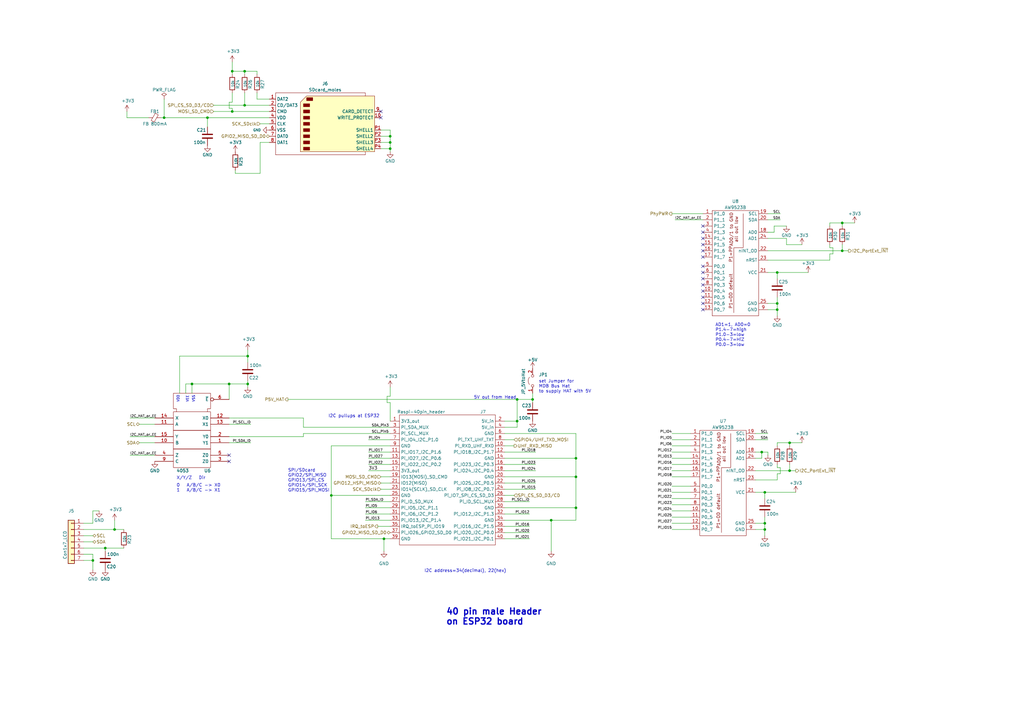
<source format=kicad_sch>
(kicad_sch (version 20220126) (generator eeschema)
  (paper "A3")
  (title_block (title "ESP32-Eternet-UniBoard") (date "2021-07-03") (rev "A") (company "Scaldis"))
  (lib_symbols
    (symbol "4xxx_IEEE:4053" (pin_names (offset 0.762))
      (property "Reference" "U" (at 11.43 13.97 0))
      (property "Value" "4053" (at 8.89 -17.78 0))
      (symbol "4053_0_0"
        (pin power_in line (at 5.08 13.97 270) (length 0) hide (name "VDD") (number "16"))
        (pin power_in line (at 0 13.97 270) (length 0) hide (name "VSS") (number "8"))
      )
      (symbol "4053_0_1"
        (rectangle (start -7.62 -8.89) (end 7.62 -16.51))
        (rectangle (start -7.62 -1.27) (end 7.62 -8.89))
        (rectangle (start -7.62 6.35) (end 7.62 -1.27))
        (polyline (pts (xy -6.35 6.35) (xy -6.35 7.62) (xy -7.62 7.62) (xy -7.62 13.97) (xy 7.62 13.97) (xy 7.62 7.62) (xy 6.35 7.62) (xy 6.35 6.35) (xy 6.35 6.35)))
      )
      (symbol "4053_1_1"
        (pin passive line (at -15.24 -6.35 0) (length 7.62) (name "Y1") (number "1"))
        (pin input line (at 15.24 -6.35 180) (length 7.62) (name "B") (number "10"))
        (pin input line (at 15.24 1.27 180) (length 7.62) (name "A") (number "11"))
        (pin passive line (at -15.24 3.81 0) (length 7.62) (name "X0") (number "12"))
        (pin passive line (at -15.24 1.27 0) (length 7.62) (name "X1") (number "13"))
        (pin passive line (at 15.24 3.81 180) (length 7.62) (name "X") (number "14"))
        (pin passive line (at 15.24 -3.81 180) (length 7.62) (name "Y") (number "15"))
        (pin passive line (at -15.24 -3.81 0) (length 7.62) (name "Y0") (number "2"))
        (pin passive line (at -15.24 -13.97 0) (length 7.62) (name "Z0") (number "3"))
        (pin passive line (at 15.24 -11.43 180) (length 7.62) (name "Z") (number "4"))
        (pin passive line (at -15.24 -11.43 0) (length 7.62) (name "Z0") (number "5"))
        (pin input inverted (at -15.24 11.43 0) (length 7.62) (name "~{E}") (number "6"))
        (pin power_in line (at 2.54 13.97 270) (length 0) hide (name "VEE") (number "7"))
        (pin input line (at 15.24 -13.97 180) (length 7.62) (name "C") (number "9"))
      )
    )
    (symbol "Connector_Generic:Conn_01x07" (pin_names (offset 1.016) hide)
      (property "Reference" "J" (at 0 10.16 0))
      (property "Value" "Conn_01x07" (at 0 -10.16 0))
      (symbol "Conn_01x07_1_1"
        (rectangle (start -1.27 -7.493) (end 0 -7.747) (stroke (width 0.1524)))
        (rectangle (start -1.27 -4.953) (end 0 -5.207) (stroke (width 0.1524)))
        (rectangle (start -1.27 -2.413) (end 0 -2.667) (stroke (width 0.1524)))
        (rectangle (start -1.27 0.127) (end 0 -0.127) (stroke (width 0.1524)))
        (rectangle (start -1.27 2.667) (end 0 2.413) (stroke (width 0.1524)))
        (rectangle (start -1.27 5.207) (end 0 4.953) (stroke (width 0.1524)))
        (rectangle (start -1.27 7.747) (end 0 7.493) (stroke (width 0.1524)))
        (rectangle (start -1.27 8.89) (end 1.27 -8.89) (stroke (width 0.254)) (fill (type background)))
        (pin passive line (at -5.08 7.62 0) (length 3.81) (name "Pin_1") (number "1"))
        (pin passive line (at -5.08 5.08 0) (length 3.81) (name "Pin_2") (number "2"))
        (pin passive line (at -5.08 2.54 0) (length 3.81) (name "Pin_3") (number "3"))
        (pin passive line (at -5.08 0 0) (length 3.81) (name "Pin_4") (number "4"))
        (pin passive line (at -5.08 -2.54 0) (length 3.81) (name "Pin_5") (number "5"))
        (pin passive line (at -5.08 -5.08 0) (length 3.81) (name "Pin_6") (number "6"))
        (pin passive line (at -5.08 -7.62 0) (length 3.81) (name "Pin_7") (number "7"))
      )
    )
    (symbol "Device:C" (pin_numbers hide) (pin_names (offset 0.254))
      (property "Reference" "C" (at 0.635 2.54 0))
      (property "Value" "C" (at 0.635 -2.54 0))
      (symbol "C_0_1"
        (polyline (pts (xy -2.032 -0.762) (xy 2.032 -0.762)) (stroke (width 0.508)))
        (polyline (pts (xy -2.032 0.762) (xy 2.032 0.762)) (stroke (width 0.508)))
      )
      (symbol "C_1_1"
        (pin passive line (at 0 3.81 270) (length 2.794) (name "~") (number "1"))
        (pin passive line (at 0 -3.81 90) (length 2.794) (name "~") (number "2"))
      )
    )
    (symbol "Device:FerriteBead_Small" (pin_numbers hide) (pin_names (offset 0))
      (property "Reference" "FB" (at 1.905 1.27 0))
      (property "Value" "FerriteBead_Small" (at 1.905 -1.27 0))
      (symbol "FerriteBead_Small_0_1"
        (polyline (pts (xy 0 -1.27) (xy 0 -0.7874)))
        (polyline (pts (xy 0 0.889) (xy 0 1.2954)))
        (polyline (pts (xy -1.8288 0.2794) (xy -1.1176 1.4986) (xy 1.8288 -0.2032) (xy 1.1176 -1.4224) (xy -1.8288 0.2794)))
      )
      (symbol "FerriteBead_Small_1_1"
        (pin passive line (at 0 2.54 270) (length 1.27) (name "~") (number "1"))
        (pin passive line (at 0 -2.54 90) (length 1.27) (name "~") (number "2"))
      )
    )
    (symbol "ESP32-GATEWAY_Rev_G:+3.3V" (power) (pin_names (offset 0))
      (property "Value" "+3.3V" (at 0 3.556 0))
      (symbol "+3.3V_0_1"
        (polyline (pts (xy -0.762 1.27) (xy 0 2.54)))
        (polyline (pts (xy 0 0) (xy 0 2.54)))
        (polyline (pts (xy 0 2.54) (xy 0.762 1.27)))
      )
      (symbol "+3.3V_1_1"
        (pin power_in line (at 0 0 90) (length 0) hide (name "+3V3") (number "1"))
      )
    )
    (symbol "ESP32-GATEWAY_Rev_G:+5V" (power) (pin_names (offset 0))
      (property "Value" "+5V" (at 0 3.556 0))
      (symbol "+5V_0_1"
        (polyline (pts (xy -0.762 1.27) (xy 0 2.54)))
        (polyline (pts (xy 0 0) (xy 0 2.54)))
        (polyline (pts (xy 0 2.54) (xy 0.762 1.27)))
      )
      (symbol "+5V_1_1"
        (pin power_in line (at 0 0 90) (length 0) hide (name "+5V") (number "1"))
      )
    )
    (symbol "ESP32-GATEWAY_Rev_G:GND" (power) (pin_names (offset 0))
      (property "Value" "GND" (at 0 -3.81 0))
      (symbol "GND_0_1"
        (polyline (pts (xy 0 0) (xy 0 -1.27) (xy 1.27 -1.27) (xy 0 -2.54) (xy -1.27 -1.27) (xy 0 -1.27)))
      )
      (symbol "GND_1_1"
        (pin power_in line (at 0 0 270) (length 0) hide (name "GND") (number "1"))
      )
    )
    (symbol "ESP32-GATEWAY_Rev_G:R" (pin_numbers hide) (pin_names (offset 0))
      (property "Reference" "R" (at 0 2.032 0))
      (property "Value" "R" (at 0 0 0))
      (symbol "R_0_1"
        (rectangle (start 2.54 -1.016) (end -2.54 1.016) (stroke (width 0.254)))
      )
      (symbol "R_1_1"
        (pin passive line (at -3.81 0 0) (length 1.27) (name "~") (number "1"))
        (pin passive line (at 3.81 0 180) (length 1.27) (name "~") (number "2"))
      )
    )
    (symbol "Jumper:Jumper_2_Open" (pin_names (offset 0) hide)
      (property "Reference" "JP" (at 0 2.794 0))
      (property "Value" "Jumper_2_Open" (at 0 -2.286 0))
      (symbol "Jumper_2_Open_0_0"
        (circle (center -2.032 0) (radius 0.508))
        (circle (center 2.032 0) (radius 0.508))
      )
      (symbol "Jumper_2_Open_0_1"
        (arc (start 1.524 1.27) (mid 0 1.778) (end -1.524 1.27))
      )
      (symbol "Jumper_2_Open_1_1"
        (pin passive line (at -5.08 0 0) (length 2.54) (name "A") (number "1"))
        (pin passive line (at 5.08 0 180) (length 2.54) (name "B") (number "2"))
      )
    )
    (symbol "michi1_copy:AW9523B"
      (property "Reference" "U" (at 3.81 21.59 0))
      (property "Value" "AW9523B" (at -6.35 21.59 0))
      (symbol "AW9523B_0_0"
        (polyline (pts (xy -6.35 19.05) (xy -6.35 5.08) (xy -2.54 5.08) (xy -2.54 -21.59)) (stroke (width 0.1524)))
        (text "AD0/1 to GND\nall out low" (at -2.54 12.7 900) (effects (font (size 1.27 1.27))))
        (text "P1=OD default" (at -1.27 -12.7 900) (effects (font (size 1.27 1.27))))
        (text "P1=PP" (at -1.27 2.54 900) (effects (font (size 1.27 1.27))))
      )
      (symbol "AW9523B_0_1"
        (rectangle (start -12.7 20.32) (end 6.35 -22.86) (stroke (width 0.1524)))
      )
      (symbol "AW9523B_1_1"
        (pin passive line (at 10.16 19.05 180) (length 3.81) (name "P1_0") (number "1"))
        (pin passive line (at 10.16 -12.7 180) (length 3.81) (name "P0_4") (number "10"))
        (pin passive line (at 10.16 -15.24 180) (length 3.81) (name "P0_5") (number "11"))
        (pin passive line (at 10.16 -17.78 180) (length 3.81) (name "P0_6") (number "12"))
        (pin passive line (at 10.16 -20.32 180) (length 3.81) (name "P0_7") (number "13"))
        (pin passive line (at 10.16 8.89 180) (length 3.81) (name "P1_4") (number "14"))
        (pin passive line (at 10.16 6.35 180) (length 3.81) (name "P1_5") (number "15"))
        (pin passive line (at 10.16 3.81 180) (length 3.81) (name "P1_6") (number "16"))
        (pin passive line (at 10.16 1.27 180) (length 3.81) (name "P1_7") (number "17"))
        (pin passive line (at -16.51 11.43 0) (length 3.81) (name "AD0") (number "18"))
        (pin passive line (at -16.51 19.05 0) (length 3.81) (name "SCL") (number "19"))
        (pin passive line (at 10.16 16.51 180) (length 3.81) (name "P1_1") (number "2"))
        (pin passive line (at -16.51 16.51 0) (length 3.81) (name "SDA") (number "20"))
        (pin passive line (at -16.51 -5.08 0) (length 3.81) (name "VCC") (number "21"))
        (pin passive line (at -16.51 3.81 0) (length 3.81) (name "nINT_OD") (number "22"))
        (pin passive line (at -16.51 0 0) (length 3.81) (name "nRST") (number "23"))
        (pin passive line (at -16.51 8.89 0) (length 3.81) (name "AD1") (number "24"))
        (pin passive line (at -16.51 -17.78 0) (length 3.81) (name "GND") (number "25"))
        (pin passive line (at 10.16 13.97 180) (length 3.81) (name "P1_2") (number "3"))
        (pin passive line (at 10.16 11.43 180) (length 3.81) (name "P1_3") (number "4"))
        (pin passive line (at 10.16 -2.54 180) (length 3.81) (name "P0_0") (number "5"))
        (pin passive line (at 10.16 -5.08 180) (length 3.81) (name "P0_1") (number "6"))
        (pin passive line (at 10.16 -7.62 180) (length 3.81) (name "P0_2") (number "7"))
        (pin passive line (at 10.16 -10.16 180) (length 3.81) (name "P0_3") (number "8"))
        (pin passive line (at -16.51 -20.32 0) (length 3.81) (name "GND") (number "9"))
      )
    )
    (symbol "michi1_copy:SDcard_moles"
      (property "Reference" "J" (at 19.05 39.37 0))
      (property "Value" "SDcard_moles" (at -24.13 36.83 0))
      (symbol "SDcard_moles_0_1"
        (rectangle (start -6.35 -9.525) (end -3.81 -10.795) (fill (type outline)))
        (rectangle (start -6.35 -6.985) (end -3.81 -8.255) (fill (type outline)))
        (rectangle (start -6.35 -4.445) (end -3.81 -5.715) (fill (type outline)))
        (rectangle (start -6.35 -1.905) (end -3.81 -3.175) (fill (type outline)))
        (rectangle (start -6.35 0.635) (end -3.81 -0.635) (fill (type outline)))
        (rectangle (start -6.35 3.175) (end -3.81 1.905) (fill (type outline)))
        (rectangle (start -6.35 5.715) (end -3.81 4.445) (fill (type outline)))
        (rectangle (start -6.35 8.255) (end -3.81 6.985) (fill (type outline)))
        (rectangle (start -5.08 10.795) (end -2.54 9.525) (fill (type outline)))
        (polyline (pts (xy -7.62 8.89) (xy -5.08 11.43) (xy 22.86 11.43) (xy 22.86 -11.43) (xy -7.62 -11.43) (xy -7.62 8.89)) (fill (type background)))
        (polyline (pts (xy 19.05 11.43) (xy 19.05 12.7) (xy -17.78 12.7) (xy -17.78 -12.7) (xy 19.05 -12.7) (xy 19.05 -11.43)))
      )
      (symbol "SDcard_moles_1_1"
        (pin input line (at -20.32 10.16 0) (length 2.54) (name "DAT2") (number "1"))
        (pin input line (at 25.4 2.54 180) (length 2.54) (name "WRITE_PROTECT") (number "10"))
        (pin input line (at -20.32 7.62 0) (length 2.54) (name "CD/DAT3") (number "2"))
        (pin input line (at -20.32 5.08 0) (length 2.54) (name "CMD") (number "3"))
        (pin power_in line (at -20.32 2.54 0) (length 2.54) (name "VDD") (number "4"))
        (pin input line (at -20.32 0 0) (length 2.54) (name "CLK") (number "5"))
        (pin power_in line (at -20.32 -2.54 0) (length 2.54) (name "VSS") (number "6"))
        (pin input line (at -20.32 -5.08 0) (length 2.54) (name "DAT0") (number "7"))
        (pin input line (at -20.32 -7.62 0) (length 2.54) (name "DAT1") (number "8"))
        (pin input line (at 25.4 5.08 180) (length 2.54) (name "CARD_DETECT") (number "9"))
        (pin passive line (at 25.4 -2.54 180) (length 2.54) (name "SHELL1") (number "P1"))
        (pin passive line (at 25.4 -5.08 180) (length 2.54) (name "SHELL2") (number "P2"))
        (pin passive line (at 25.4 -7.62 180) (length 2.54) (name "SHELL3") (number "P3"))
        (pin passive line (at 25.4 -10.16 180) (length 2.54) (name "SHELL4") (number "P4"))
      )
    )
    (symbol "power:PWR_FLAG" (power) (pin_numbers hide) (pin_names (offset 0) hide)
      (property "Value" "PWR_FLAG" (at 0 3.81 0))
      (symbol "PWR_FLAG_0_0"
        (pin power_out line (at 0 0 90) (length 0) (name "pwr") (number "1"))
      )
      (symbol "PWR_FLAG_0_1"
        (polyline (pts (xy 0 0) (xy 0 1.27) (xy -1.016 1.905) (xy 0 2.54) (xy 1.016 1.905) (xy 0 1.27)))
      )
    )
    (symbol "raspi_p40_header:obsidian-esp32_P40"
      (property "Reference" "J6" (at 16.51 15.24 0))
      (property "Value" "Raspi-40pin_header" (at -8.89 15.24 0))
      (symbol "obsidian-esp32_P40_0_1"
        (rectangle (start -17.78 13.97) (end 21.59 -39.37) (stroke (width 0.1524)))
      )
      (symbol "obsidian-esp32_P40_1_1"
        (pin passive line (at -21.59 11.43 0) (length 3.84) (name "3V3_out") (number "1"))
        (pin passive line (at 25.4 1.27 180) (length 3.84) (name "Pi_RXD_UHF_RXD") (number "10"))
        (pin passive line (at -21.59 -1.27 0) (length 3.84) (name "Pi_IO17_I2C_P1.6") (number "11"))
        (pin passive line (at 25.4 -1.27 180) (length 3.84) (name "Pi_IO18_I2C_P1.7") (number "12"))
        (pin passive line (at -21.59 -3.81 0) (length 3.84) (name "Pi_IO27_I2C_P0.6") (number "13"))
        (pin passive line (at 25.4 -3.81 180) (length 3.84) (name "GND") (number "14"))
        (pin passive line (at -21.59 -6.35 0) (length 3.84) (name "Pi_IO22_I2C_P0.2") (number "15"))
        (pin passive line (at 25.4 -6.35 180) (length 3.84) (name "Pi_IO23_I2C_P0.3") (number "16"))
        (pin passive line (at -21.59 -8.89 0) (length 3.84) (name "3V3_out") (number "17"))
        (pin passive line (at 25.4 -8.89 180) (length 3.84) (name "Pi_IO24_I2C_P0.4") (number "18"))
        (pin passive line (at -21.59 -11.43 0) (length 3.84) (name "IO13(MOSI)_SD_CMD") (number "19"))
        (pin passive line (at 25.4 11.43 180) (length 3.84) (name "5V_in") (number "2"))
        (pin passive line (at 25.4 -11.43 180) (length 3.84) (name "GND") (number "20"))
        (pin passive line (at -21.59 -13.97 0) (length 3.84) (name "IO12(MISO)") (number "21"))
        (pin passive line (at 25.4 -13.97 180) (length 3.84) (name "Pi_IO25_I2C_P0.5") (number "22"))
        (pin passive line (at -21.59 -16.51 0) (length 3.84) (name "IO14(SCLK)_SD_CLK") (number "23"))
        (pin passive line (at 25.4 -16.51 180) (length 3.84) (name "Pi_IO8_I2C_P0.7") (number "24"))
        (pin passive line (at -21.59 -19.05 0) (length 3.84) (name "GND") (number "25"))
        (pin passive line (at 25.4 -19.05 180) (length 3.84) (name "Pi_IO7_SPI_CS_SD_D3") (number "26"))
        (pin passive line (at -21.59 -21.59 0) (length 3.84) (name "Pi_ID_SD_MUX") (number "27"))
        (pin passive line (at 25.4 -21.59 180) (length 3.84) (name "Pi_ID_SCL_MUX") (number "28"))
        (pin passive line (at -21.59 -24.13 0) (length 3.84) (name "Pi_IO5_I2C_P1.1") (number "29"))
        (pin passive line (at -21.59 8.89 0) (length 3.84) (name "Pi_SDA_MUX") (number "3"))
        (pin passive line (at 25.4 -24.13 180) (length 3.84) (name "GND") (number "30"))
        (pin passive line (at -21.59 -26.67 0) (length 3.84) (name "Pi_IO6_I2C_P1.2") (number "31"))
        (pin passive line (at 25.4 -26.67 180) (length 3.84) (name "Pi_IO12_I2C_P1.3") (number "32"))
        (pin passive line (at -21.59 -29.21 0) (length 3.84) (name "Pi_IO13_I2C_P1.4") (number "33"))
        (pin passive line (at 25.4 -29.21 180) (length 3.84) (name "GND") (number "34"))
        (pin passive line (at -21.59 -31.75 0) (length 3.84) (name "IRQ_toESP_Pi_IO19") (number "35"))
        (pin passive line (at 25.4 -31.75 180) (length 3.84) (name "Pi_IO16_I2C_P1.5") (number "36"))
        (pin passive line (at -21.59 -34.29 0) (length 3.84) (name "Pi_IO26_GPIO2_SD_D0") (number "37"))
        (pin passive line (at 25.4 -34.29 180) (length 3.84) (name "Pi_IO20_I2C_P0.0") (number "38"))
        (pin passive line (at -21.59 -36.83 0) (length 3.84) (name "GND") (number "39"))
        (pin passive line (at 25.4 8.89 180) (length 3.84) (name "5V_in") (number "4"))
        (pin passive line (at 25.4 -36.83 180) (length 3.84) (name "Pi_IO21_I2C_P0.1") (number "40"))
        (pin passive line (at -21.59 6.35 0) (length 3.84) (name "Pi_SCL_MUX") (number "5"))
        (pin passive line (at 25.4 6.35 180) (length 3.84) (name "GND") (number "6"))
        (pin passive line (at -21.59 3.81 0) (length 3.84) (name "Pi_IO4_I2C_P1.0") (number "7"))
        (pin passive line (at 25.4 3.81 180) (length 3.84) (name "Pi_TXT_UHF_TXT") (number "8"))
        (pin passive line (at -21.59 1.27 0) (length 3.84) (name "GND") (number "9"))
      )
    )
  )
  (junction (at 160.02 58.42))
  (junction (at 100.33 43.18))
  (junction (at 313.69 201.93))
  (junction (at 312.42 185.42))
  (junction (at 135.89 203.2))
  (junction (at 236.22 208.28))
  (junction (at 345.44 91.44))
  (junction (at 323.85 193.04))
  (junction (at 157.48 220.98) (diameter 0.9144))
  (junction (at 38.1 229.87))
  (junction (at 101.6 146.05))
  (junction (at 78.74 157.48))
  (junction (at 67.31 48.26))
  (junction (at 212.09 172.72) (diameter 0.9144))
  (junction (at 95.25 45.72))
  (junction (at 345.44 102.87))
  (junction (at 85.09 48.26))
  (junction (at 100.33 29.21))
  (junction (at 93.98 157.48))
  (junction (at 101.6 157.48))
  (junction (at 313.69 214.63))
  (junction (at 318.77 127))
  (junction (at 318.77 111.76))
  (junction (at 46.99 217.17))
  (junction (at 323.85 181.61))
  (junction (at 313.69 217.17))
  (junction (at 212.09 163.83))
  (junction (at 318.77 124.46))
  (junction (at 236.22 187.96))
  (junction (at 95.25 29.21))
  (junction (at 236.22 195.58))
  (junction (at 160.02 55.88))
  (junction (at 226.06 213.36) (diameter 0.9144))
  (junction (at 43.18 224.79))
  (junction (at 218.44 163.83))
  (junction (at 160.02 60.96))
  (no_connect (at 288.29 109.22))
  (no_connect (at 288.29 111.76))
  (no_connect (at 288.29 114.3))
  (no_connect (at 288.29 116.84))
  (no_connect (at 288.29 105.41))
  (no_connect (at 288.29 119.38))
  (no_connect (at 288.29 121.92))
  (no_connect (at 288.29 124.46))
  (no_connect (at 288.29 127))
  (no_connect (at 156.21 45.72))
  (no_connect (at 93.98 186.69))
  (no_connect (at 93.98 189.23))
  (no_connect (at 288.29 92.71))
  (no_connect (at 288.29 95.25))
  (no_connect (at 288.29 97.79))
  (no_connect (at 288.29 100.33))
  (no_connect (at 288.29 102.87))
  (no_connect (at 156.21 48.26))
  (wire (pts (xy 331.47 111.76) (xy 318.77 111.76)))
  (wire (pts (xy 52.07 48.26) (xy 60.96 48.26)))
  (wire (pts (xy 101.6 146.05) (xy 73.66 146.05)))
  (wire (pts (xy 312.42 185.42) (xy 309.88 185.42)))
  (wire (pts (xy 275.59 87.63) (xy 288.29 87.63)))
  (wire (pts (xy 283.21 193.04) (xy 275.59 193.04)))
  (wire (pts (xy 135.89 182.88) (xy 160.02 182.88)))
  (wire (pts (xy 340.36 91.44) (xy 340.36 92.71)))
  (wire (pts (xy 151.13 185.42) (xy 160.02 185.42)))
  (wire (pts (xy 34.29 219.71) (xy 38.1 219.71)))
  (wire (pts (xy 46.99 217.17) (xy 50.8 217.17)))
  (wire (pts (xy 160.02 60.96) (xy 160.02 62.23)))
  (wire (pts (xy 283.21 185.42) (xy 275.59 185.42)))
  (wire (pts (xy 156.21 58.42) (xy 160.02 58.42)))
  (wire (pts (xy 323.85 190.5) (xy 323.85 193.04)))
  (wire (pts (xy 283.21 212.09) (xy 275.59 212.09)))
  (wire (pts (xy 158.75 162.56) (xy 160.02 162.56)))
  (wire (pts (xy 158.75 165.1) (xy 158.75 162.56)))
  (wire (pts (xy 160.02 158.75) (xy 160.02 162.56)))
  (wire (pts (xy 160.02 165.1) (xy 158.75 165.1)))
  (wire (pts (xy 160.02 172.72) (xy 160.02 165.1)))
  (wire (pts (xy 38.1 214.63) (xy 34.29 214.63)))
  (wire (pts (xy 309.88 217.17) (xy 313.69 217.17)))
  (wire (pts (xy 318.77 196.85) (xy 318.77 194.31)))
  (wire (pts (xy 96.52 71.12) (xy 96.52 69.85)))
  (wire (pts (xy 323.85 193.04) (xy 309.88 193.04)))
  (wire (pts (xy 226.06 213.36) (xy 226.06 226.06)))
  (wire (pts (xy 236.22 177.8) (xy 236.22 187.96)))
  (wire (pts (xy 318.77 124.46) (xy 318.77 127)))
  (wire (pts (xy 38.1 227.33) (xy 38.1 229.87)))
  (wire (pts (xy 207.01 190.5) (xy 219.71 190.5)))
  (wire (pts (xy 100.33 29.21) (xy 100.33 30.48)))
  (wire (pts (xy 101.6 156.21) (xy 101.6 157.48)))
  (wire (pts (xy 151.13 193.04) (xy 160.02 193.04)))
  (wire (pts (xy 207.01 205.74) (xy 217.17 205.74)))
  (wire (pts (xy 95.25 41.91) (xy 93.98 41.91)))
  (wire (pts (xy 105.41 29.21) (xy 105.41 30.48)))
  (wire (pts (xy 345.44 100.33) (xy 345.44 102.87)))
  (wire (pts (xy 318.77 127) (xy 318.77 129.54)))
  (wire (pts (xy 207.01 193.04) (xy 219.71 193.04)))
  (wire (pts (xy 283.21 182.88) (xy 275.59 182.88)))
  (wire (pts (xy 318.77 111.76) (xy 318.77 114.3)))
  (wire (pts (xy 313.69 217.17) (xy 313.69 219.71)))
  (wire (pts (xy 283.21 204.47) (xy 275.59 204.47)))
  (wire (pts (xy 320.04 90.17) (xy 314.96 90.17)))
  (wire (pts (xy 312.42 185.42) (xy 314.96 185.42)))
  (wire (pts (xy 212.09 163.83) (xy 218.44 163.83)))
  (wire (pts (xy 218.44 163.83) (xy 218.44 165.1)))
  (wire (pts (xy 160.02 55.88) (xy 160.02 58.42)))
  (wire (pts (xy 313.69 201.93) (xy 313.69 204.47)))
  (wire (pts (xy 276.86 90.17) (xy 288.29 90.17)))
  (wire (pts (xy 78.74 157.48) (xy 78.74 161.29)))
  (wire (pts (xy 318.77 181.61) (xy 318.77 182.88)))
  (wire (pts (xy 318.77 191.77) (xy 318.77 190.5)))
  (wire (pts (xy 124.46 179.07) (xy 93.98 179.07)))
  (wire (pts (xy 87.63 43.18) (xy 100.33 43.18)))
  (wire (pts (xy 309.88 187.96) (xy 312.42 187.96)))
  (wire (pts (xy 207.01 220.98) (xy 217.17 220.98)))
  (wire (pts (xy 38.1 229.87) (xy 38.1 233.68)))
  (wire (pts (xy 160.02 53.34) (xy 160.02 55.88)))
  (wire (pts (xy 101.6 157.48) (xy 101.6 158.75)))
  (wire (pts (xy 320.04 194.31) (xy 320.04 191.77)))
  (wire (pts (xy 340.36 104.14) (xy 341.63 104.14)))
  (wire (pts (xy 85.09 48.26) (xy 85.09 52.07)))
  (wire (pts (xy 95.25 29.21) (xy 100.33 29.21)))
  (wire (pts (xy 283.21 195.58) (xy 275.59 195.58)))
  (wire (pts (xy 95.25 38.1) (xy 95.25 41.91)))
  (wire (pts (xy 110.49 40.64) (xy 105.41 40.64)))
  (wire (pts (xy 73.66 146.05) (xy 73.66 161.29)))
  (wire (pts (xy 207.01 175.26) (xy 212.09 175.26)))
  (wire (pts (xy 212.09 172.72) (xy 212.09 163.83)))
  (wire (pts (xy 212.09 175.26) (xy 212.09 172.72)))
  (wire (pts (xy 207.01 180.34) (xy 210.82 180.34)))
  (wire (pts (xy 314.96 185.42) (xy 314.96 186.69)))
  (wire (pts (xy 149.86 210.82) (xy 160.02 210.82)))
  (wire (pts (xy 124.46 175.26) (xy 124.46 171.45)))
  (wire (pts (xy 135.89 203.2) (xy 135.89 220.98)))
  (wire (pts (xy 283.21 201.93) (xy 275.59 201.93)))
  (wire (pts (xy 87.63 45.72) (xy 95.25 45.72)))
  (wire (pts (xy 160.02 58.42) (xy 160.02 60.96)))
  (wire (pts (xy 149.86 208.28) (xy 160.02 208.28)))
  (wire (pts (xy 151.13 180.34) (xy 160.02 180.34)))
  (wire (pts (xy 326.39 201.93) (xy 313.69 201.93)))
  (wire (pts (xy 156.21 60.96) (xy 160.02 60.96)))
  (wire (pts (xy 317.5 95.25) (xy 314.96 95.25)))
  (wire (pts (xy 52.07 45.72) (xy 52.07 48.26)))
  (wire (pts (xy 317.5 92.71) (xy 317.5 95.25)))
  (wire (pts (xy 38.1 209.55) (xy 38.1 214.63)))
  (wire (pts (xy 46.99 217.17) (xy 46.99 213.36)))
  (wire (pts (xy 101.6 143.51) (xy 101.6 146.05)))
  (wire (pts (xy 345.44 102.87) (xy 314.96 102.87)))
  (wire (pts (xy 322.58 100.33) (xy 322.58 97.79)))
  (wire (pts (xy 207.01 218.44) (xy 217.17 218.44)))
  (wire (pts (xy 314.96 177.8) (xy 309.88 177.8)))
  (wire (pts (xy 118.11 163.83) (xy 212.09 163.83)))
  (wire (pts (xy 93.98 173.99) (xy 102.87 173.99)))
  (wire (pts (xy 207.01 172.72) (xy 212.09 172.72)))
  (wire (pts (xy 151.13 190.5) (xy 160.02 190.5)))
  (wire (pts (xy 34.29 217.17) (xy 46.99 217.17)))
  (wire (pts (xy 156.21 55.88) (xy 160.02 55.88)))
  (wire (pts (xy 105.41 40.64) (xy 105.41 38.1)))
  (wire (pts (xy 156.21 198.12) (xy 160.02 198.12)))
  (wire (pts (xy 322.58 97.79) (xy 314.96 97.79)))
  (wire (pts (xy 95.25 45.72) (xy 110.49 45.72)))
  (wire (pts (xy 95.25 29.21) (xy 95.25 30.48)))
  (wire (pts (xy 326.39 193.04) (xy 323.85 193.04)))
  (wire (pts (xy 347.98 102.87) (xy 345.44 102.87)))
  (wire (pts (xy 40.64 209.55) (xy 38.1 209.55)))
  (wire (pts (xy 283.21 199.39) (xy 275.59 199.39)))
  (wire (pts (xy 340.36 101.6) (xy 340.36 100.33)))
  (wire (pts (xy 43.18 224.79) (xy 43.18 226.06)))
  (wire (pts (xy 313.69 212.09) (xy 313.69 214.63)))
  (wire (pts (xy 149.86 205.74) (xy 160.02 205.74)))
  (wire (pts (xy 314.96 111.76) (xy 318.77 111.76)))
  (wire (pts (xy 341.63 104.14) (xy 341.63 101.6)))
  (wire (pts (xy 207.01 200.66) (xy 219.71 200.66)))
  (wire (pts (xy 63.5 179.07) (xy 53.34 179.07)))
  (wire (pts (xy 34.29 229.87) (xy 38.1 229.87)))
  (wire (pts (xy 124.46 177.8) (xy 160.02 177.8)))
  (wire (pts (xy 275.59 217.17) (xy 283.21 217.17)))
  (wire (pts (xy 314.96 180.34) (xy 309.88 180.34)))
  (wire (pts (xy 328.93 100.33) (xy 322.58 100.33)))
  (wire (pts (xy 340.36 106.68) (xy 340.36 104.14)))
  (wire (pts (xy 328.93 181.61) (xy 323.85 181.61)))
  (wire (pts (xy 124.46 171.45) (xy 93.98 171.45)))
  (wire (pts (xy 95.25 25.4) (xy 95.25 29.21)))
  (wire (pts (xy 76.2 157.48) (xy 76.2 161.29)))
  (wire (pts (xy 106.68 50.8) (xy 110.49 50.8)))
  (wire (pts (xy 43.18 224.79) (xy 50.8 224.79)))
  (wire (pts (xy 100.33 38.1) (xy 100.33 43.18)))
  (wire (pts (xy 207.01 213.36) (xy 226.06 213.36)))
  (wire (pts (xy 207.01 215.9) (xy 217.17 215.9)))
  (wire (pts (xy 236.22 208.28) (xy 236.22 213.36)))
  (wire (pts (xy 110.49 58.42) (xy 106.68 58.42)))
  (wire (pts (xy 93.98 181.61) (xy 102.87 181.61)))
  (wire (pts (xy 207.01 210.82) (xy 217.17 210.82)))
  (wire (pts (xy 124.46 177.8) (xy 124.46 179.07)))
  (wire (pts (xy 207.01 208.28) (xy 236.22 208.28)))
  (wire (pts (xy 283.21 190.5) (xy 275.59 190.5)))
  (wire (pts (xy 236.22 195.58) (xy 236.22 208.28)))
  (wire (pts (xy 106.68 71.12) (xy 96.52 71.12)))
  (wire (pts (xy 93.98 157.48) (xy 78.74 157.48)))
  (wire (pts (xy 63.5 171.45) (xy 53.34 171.45)))
  (wire (pts (xy 156.21 195.58) (xy 160.02 195.58)))
  (wire (pts (xy 78.74 157.48) (xy 76.2 157.48)))
  (wire (pts (xy 207.01 203.2) (xy 210.82 203.2)))
  (wire (pts (xy 313.69 214.63) (xy 313.69 217.17)))
  (wire (pts (xy 320.04 87.63) (xy 314.96 87.63)))
  (wire (pts (xy 218.44 161.29) (xy 218.44 163.83)))
  (wire (pts (xy 124.46 175.26) (xy 160.02 175.26)))
  (wire (pts (xy 157.48 220.98) (xy 157.48 226.06)))
  (wire (pts (xy 160.02 220.98) (xy 157.48 220.98)))
  (wire (pts (xy 67.31 48.26) (xy 85.09 48.26)))
  (wire (pts (xy 135.89 182.88) (xy 135.89 203.2)))
  (wire (pts (xy 283.21 187.96) (xy 275.59 187.96)))
  (wire (pts (xy 309.88 201.93) (xy 313.69 201.93)))
  (wire (pts (xy 345.44 91.44) (xy 340.36 91.44)))
  (wire (pts (xy 63.5 186.69) (xy 53.34 186.69)))
  (wire (pts (xy 283.21 207.01) (xy 275.59 207.01)))
  (wire (pts (xy 57.15 173.99) (xy 63.5 173.99)))
  (wire (pts (xy 207.01 177.8) (xy 236.22 177.8)))
  (wire (pts (xy 34.29 222.25) (xy 38.1 222.25)))
  (wire (pts (xy 318.77 194.31) (xy 320.04 194.31)))
  (wire (pts (xy 66.04 48.26) (xy 67.31 48.26)))
  (wire (pts (xy 341.63 101.6) (xy 340.36 101.6)))
  (wire (pts (xy 101.6 157.48) (xy 93.98 157.48)))
  (wire (pts (xy 318.77 121.92) (xy 318.77 124.46)))
  (wire (pts (xy 314.96 106.68) (xy 340.36 106.68)))
  (wire (pts (xy 100.33 43.18) (xy 110.49 43.18)))
  (wire (pts (xy 100.33 29.21) (xy 105.41 29.21)))
  (wire (pts (xy 149.86 213.36) (xy 160.02 213.36)))
  (wire (pts (xy 135.89 220.98) (xy 157.48 220.98)))
  (wire (pts (xy 93.98 41.91) (xy 93.98 44.45)))
  (wire (pts (xy 93.98 157.48) (xy 93.98 163.83)))
  (wire (pts (xy 34.29 227.33) (xy 38.1 227.33)))
  (wire (pts (xy 350.52 91.44) (xy 345.44 91.44)))
  (wire (pts (xy 95.25 44.45) (xy 95.25 45.72)))
  (wire (pts (xy 156.21 53.34) (xy 160.02 53.34)))
  (wire (pts (xy 93.98 44.45) (xy 95.25 44.45)))
  (wire (pts (xy 283.21 214.63) (xy 275.59 214.63)))
  (wire (pts (xy 156.21 200.66) (xy 160.02 200.66)))
  (wire (pts (xy 67.31 40.64) (xy 67.31 48.26)))
  (wire (pts (xy 283.21 177.8) (xy 275.59 177.8)))
  (wire (pts (xy 154.94 215.9) (xy 160.02 215.9)))
  (wire (pts (xy 318.77 124.46) (xy 314.96 124.46)))
  (wire (pts (xy 207.01 198.12) (xy 219.71 198.12)))
  (wire (pts (xy 207.01 182.88) (xy 210.82 182.88)))
  (wire (pts (xy 57.15 181.61) (xy 63.5 181.61)))
  (wire (pts (xy 207.01 187.96) (xy 236.22 187.96)))
  (wire (pts (xy 151.13 187.96) (xy 160.02 187.96)))
  (wire (pts (xy 312.42 187.96) (xy 312.42 185.42)))
  (wire (pts (xy 135.89 203.2) (xy 160.02 203.2)))
  (wire (pts (xy 101.6 148.59) (xy 101.6 146.05)))
  (wire (pts (xy 323.85 181.61) (xy 323.85 182.88)))
  (wire (pts (xy 345.44 91.44) (xy 345.44 92.71)))
  (wire (pts (xy 34.29 224.79) (xy 43.18 224.79)))
  (wire (pts (xy 283.21 180.34) (xy 275.59 180.34)))
  (wire (pts (xy 323.85 181.61) (xy 318.77 181.61)))
  (wire (pts (xy 85.09 48.26) (xy 110.49 48.26)))
  (wire (pts (xy 283.21 209.55) (xy 275.59 209.55)))
  (wire (pts (xy 320.04 191.77) (xy 318.77 191.77)))
  (wire (pts (xy 309.88 196.85) (xy 318.77 196.85)))
  (wire (pts (xy 106.68 58.42) (xy 106.68 71.12)))
  (wire (pts (xy 207.01 195.58) (xy 236.22 195.58)))
  (wire (pts (xy 236.22 187.96) (xy 236.22 195.58)))
  (wire (pts (xy 207.01 185.42) (xy 219.71 185.42)))
  (wire (pts (xy 313.69 214.63) (xy 309.88 214.63)))
  (wire (pts (xy 314.96 127) (xy 318.77 127)))
  (wire (pts (xy 236.22 213.36) (xy 226.06 213.36)))
  (wire (pts (xy 322.58 92.71) (xy 317.5 92.71)))
  (text "40 pin male Header\non ESP32 board" (at 182.88 256.54 0) (effects (font (size 2.54 2.54) (thickness 0.508) bold) (justify left bottom)))
  (text "set Jumper for\nMDB Bus Hat\nto supply HAT with 5V" (at 220.98 161.29 0) (effects (font (size 1.27 1.27)) (justify left bottom)))
  (text "I2C address=34(decimal), 22(hex)" (at 173.99 234.95 0) (effects (font (size 1.27 1.27)) (justify left bottom)))
  (text "VSS" (at 80.01 165.1 90) (effects (font (size 1 1)) (justify left bottom)))
  (text "X/Y/Z   Dir\n" (at 72.39 196.85 0) (effects (font (size 1.27 1.27)) (justify left bottom)))
  (text "AD1=1, AD0=0\nP1.4-7=high\nP1.0-3=low\nP0.4-7=HiZ\nP0.0-3=low\n" (at 293.37 142.24 0) (effects (font (size 1.27 1.27)) (justify left bottom)))
  (text "0   A/B/C -> X0\n1   A/B/C -> X1" (at 72.39 201.93 0) (effects (font (size 1.27 1.27)) (justify left bottom)))
  (text "5V out from Head" (at 194.31 163.83 0) (effects (font (size 1.27 1.27)) (justify left bottom)))
  (text "VDD" (at 73.66 165.1 90) (effects (font (size 1 1)) (justify left bottom)))
  (text "VEE" (at 77.47 165.1 90) (effects (font (size 1 1)) (justify left bottom)))
  (text "I2C pullups at ESP32" (at 134.62 171.45 0) (effects (font (size 1.27 1.27)) (justify left bottom)))
  (text "SPI/SDcard\nGPIO2/SPI_MISO\nGPIO13/SPI_CS\nGPIO14/SPI_SCK\nGPIO15/SPI_MOSI" (at 118.11 201.93 0) (effects (font (size 1.27 1.27)) (justify left bottom)))
  (label "Pi_SCL_ID" (at 102.87 173.99 0) (effects (font (size 1 1))))
  (label "Pi_IO27" (at 151.13 187.96 0) (effects (font (size 1 1))))
  (label "Pi_IO6" (at 275.59 182.88 0) (effects (font (size 1 1))))
  (label "Pi_IO5" (at 275.59 180.34 0) (effects (font (size 1 1))))
  (label "Pi_IO16" (at 217.17 215.9 0) (effects (font (size 1 1))))
  (label "Pi_IO20" (at 217.17 218.44 0) (effects (font (size 1 1))))
  (label "Pi_IO13" (at 275.59 187.96 0) (effects (font (size 1 1))))
  (label "Pi_IO21" (at 217.17 220.98 0) (effects (font (size 1 1))))
  (label "Pi_SCL_ID" (at 217.17 205.74 0) (effects (font (size 1 1))))
  (label "Pi_IO24" (at 219.71 193.04 0) (effects (font (size 1 1))))
  (label "Pi_SDA_ID" (at 102.87 181.61 0) (effects (font (size 1 1))))
  (label "Pi_SDA_ID" (at 149.86 205.74 0) (effects (font (size 1 1))))
  (label "SDA" (at 314.96 180.34 0) (effects (font (size 1 1))))
  (label "Pi_IO15" (at 219.71 200.66 0) (effects (font (size 1 1))))
  (label "Pi_IO22" (at 275.59 204.47 0) (effects (font (size 1 1))))
  (label "Pi_IO21" (at 275.59 201.93 0) (effects (font (size 1 1))))
  (label "Pi_IO17" (at 151.13 185.42 0) (effects (font (size 1 1))))
  (label "I2C_HAT_or_EE" (at 53.34 171.45 0) (effects (font (size 1 1))))
  (label "Pi_IO5" (at 149.86 208.28 0) (effects (font (size 1 1))))
  (label "Pi_IO23" (at 275.59 207.01 0) (effects (font (size 1 1))))
  (label "I2C_HAT_or_EE" (at 53.34 186.69 0) (effects (font (size 1 1))))
  (label "Pi_IO12" (at 217.17 210.82 0) (effects (font (size 1 1))))
  (label "Pi_IO20" (at 275.59 199.39 0) (effects (font (size 1 1))))
  (label "Pi_IO4" (at 151.13 180.34 0) (effects (font (size 1 1))))
  (label "SCL" (at 314.96 177.8 0) (effects (font (size 1 1))))
  (label "Pi_IO17" (at 275.59 193.04 0) (effects (font (size 1 1))))
  (label "Pi_IO18" (at 219.71 185.42 0) (effects (font (size 1 1))))
  (label "SDA_Pin3" (at 152.4 175.26 0) (effects (font (size 1 1))))
  (label "Pi_IO15" (at 275.59 217.17 0) (effects (font (size 1 1))))
  (label "I2C_HAT_or_EE" (at 53.34 179.07 0) (effects (font (size 1 1))))
  (label "Pi_IO13" (at 149.86 213.36 0) (effects (font (size 1 1))))
  (label "SDA" (at 320.04 90.17 0) (effects (font (size 1 1))))
  (label "Pi_IO27" (at 275.59 214.63 0) (effects (font (size 1 1))))
  (label "Pi_IO6" (at 149.86 210.82 0) (effects (font (size 1 1))))
  (label "Pi_IO24" (at 275.59 209.55 0) (effects (font (size 1 1))))
  (label "Pi_IO18" (at 275.59 195.58 0) (effects (font (size 1 1))))
  (label "I2C_HAT_or_EE" (at 276.86 90.17 0) (effects (font (size 1 1))))
  (label "Pi_IO16" (at 275.59 190.5 0) (effects (font (size 1 1))))
  (label "3V3" (at 151.13 193.04 0))
  (label "Pi_IO25" (at 219.71 198.12 0) (effects (font (size 1 1))))
  (label "SCL" (at 320.04 87.63 0) (effects (font (size 1 1))))
  (label "Pi_IO23" (at 219.71 190.5 0) (effects (font (size 1 1))))
  (label "Pi_IO22" (at 151.13 190.5 0) (effects (font (size 1 1))))
  (label "Pi_IO25" (at 275.59 212.09 0) (effects (font (size 1 1))))
  (label "SCL_Pin5" (at 152.4 177.8 0) (effects (font (size 1 1))))
  (label "Pi_IO4" (at 275.59 177.8 0) (effects (font (size 1 1))))
  (label "Pi_IO12" (at 275.59 185.42 0) (effects (font (size 1 1))))
  (hierarchical_label "I2C_PortExt_~{INT}" (shape output) (at 326.39 193.04 0))
  (hierarchical_label "GPIO2_MISO_SD_D0" (shape bidirectional) (at 110.49 55.88 180))
  (hierarchical_label "SCK_SDclk" (shape input) (at 156.21 200.66 180))
  (hierarchical_label "MOSI_SD_CMD" (shape input) (at 87.63 45.72 180))
  (hierarchical_label "PhyPWR" (shape output) (at 275.59 87.63 180))
  (hierarchical_label "SCL" (shape bidirectional) (at 57.15 173.99 180))
  (hierarchical_label "SCK_SDclk" (shape input) (at 106.68 50.8 180))
  (hierarchical_label "MOSI_SD_CMD" (shape input) (at 156.21 195.58 180))
  (hierarchical_label "I2C_PortExt_~{INT}" (shape output) (at 347.98 102.87 0))
  (hierarchical_label "SDA" (shape bidirectional) (at 57.15 181.61 180))
  (hierarchical_label "P5V_HAT" (shape output) (at 118.11 163.83 180))
  (hierarchical_label "UHF_RXD_MISO" (shape output) (at 210.82 182.88 0))
  (hierarchical_label "GPIO4{slash}UHF_TXD_MOSI" (shape input) (at 210.82 180.34 0))
  (hierarchical_label "SPI_CS_SD_D3{slash}CD" (shape input) (at 87.63 43.18 180))
  (hierarchical_label "SPI_CS_SD_D3{slash}CD" (shape input) (at 210.82 203.2 0))
  (hierarchical_label "SCL" (shape bidirectional) (at 38.1 219.71 0))
  (hierarchical_label "GPIO2_MISO_SD_D0" (shape bidirectional) (at 160.02 218.44 180))
  (hierarchical_label "SDA" (shape bidirectional) (at 38.1 222.25 0))
  (hierarchical_label "GPIO12_HSPI_MISO" (shape bidirectional) (at 156.21 198.12 180))
  (hierarchical_label "IRQ_toESP" (shape output) (at 154.94 215.9 180))
  (symbol (lib_id "ESP32-GATEWAY_Rev_G:R") (at 100.33 34.29 270) (mirror x) (unit 1)
    (property "Reference" "R26" (at 102.616 34.544 0))
    (property "Value" "10k" (at 100.584 34.29 0) (effects (font (size 1 1))))
    (property "Footprint" "Resistor_SMD:R_0603_1608Metric" (effects hide))
    (property "MfgNo" "0603WAF1002T5E" (effects hide))
    (property "price@1" "0.003" (effects hide))
    (property "price@reel" "0.001" (effects hide))
    (property "JCLPCB" "C25804" (effects hide))
  )
  (symbol (lib_id "ESP32-GATEWAY_Rev_G:GND") (at 157.48 226.06 0) (unit 1)
    (property "Reference" "#PWR061" (effects hide))
    (property "Value" "GND" (at 157.48 231.14 0))
  )
  (symbol (lib_id "ESP32-GATEWAY_Rev_G:+3.3V") (at 331.47 111.76 0) (mirror y) (unit 1)
    (property "Reference" "#PWR074" (effects hide))
    (property "Value" "+3.3V" (at 331.47 107.95 0))
  )
  (symbol (lib_id "Device:C") (at 318.77 118.11 0) (mirror y) (unit 1)
    (property "Reference" "C25" (at 323.215 115.5699 0) (effects (justify left)))
    (property "Value" "100n" (at 324.485 120.6499 0) (effects (justify left)))
    (property "Footprint" "Capacitor_SMD:C_0603_1608Metric" (effects hide))
    (property "MfgNo" "CC0603KRX7R9BB104" (effects hide))
    (property "price@1" "0.007" (effects hide))
    (property "price@reel" "0.003" (effects hide))
    (property "JCLPCB" "C14663" (effects hide))
  )
  (symbol (lib_id "ESP32-GATEWAY_Rev_G:+3.3V") (at 46.99 213.36 0) (unit 1)
    (property "Reference" "#PWR052" (effects hide))
    (property "Value" "+3.3V" (at 47.371 208.9658 0))
  )
  (symbol (lib_id "ESP32-GATEWAY_Rev_G:GND") (at 218.44 172.72 0) (unit 1)
    (property "Reference" "#PWR065" (effects hide))
    (property "Value" "GND" (at 218.44 176.53 0))
  )
  (symbol (lib_id "4xxx_IEEE:4053") (at 78.74 175.26 0) (mirror y) (unit 1)
    (property "Reference" "U6" (at 85.09 193.04 0))
    (property "Value" "4053" (at 74.93 193.04 0))
    (property "Footprint" "Package_SO:SOIC-16_3.9x9.9mm_P1.27mm" (effects hide))
    (property "MfgNo" "MC74HC4053ADR2G" (effects hide))
    (property "price@1" "0.3" (effects hide))
    (property "price@reel" "0.25" (effects hide))
    (property "JCLPCB" "C233611" (effects hide))
  )
  (symbol (lib_id "ESP32-GATEWAY_Rev_G:GND") (at 85.09 59.69 0) (unit 1)
    (property "Reference" "#PWR055" (effects hide))
    (property "Value" "GND" (at 85.09 63.5 0))
  )
  (symbol (lib_id "power:PWR_FLAG") (at 67.31 40.64 0) (unit 1)
    (property "Reference" "#FLG05" (effects hide))
    (property "Value" "PWR_FLAG" (at 67.31 36.83 0))
  )
  (symbol (lib_id "Jumper:Jumper_2_Open") (at 218.44 156.21 90) (unit 1)
    (property "Reference" "JP1" (at 220.98 153.67 90) (effects (justify right)))
    (property "Value" "JP_5VtoHat" (at 214.63 151.13 0) (effects (justify right)))
    (property "Footprint" "Connector_PinHeader_2.54mm:PinHeader_1x02_P2.54mm_Vertical" (effects hide))
  )
  (symbol (lib_id "ESP32-GATEWAY_Rev_G:R") (at 50.8 220.98 270) (mirror x) (unit 1)
    (property "Reference" "R23" (at 53.086 221.234 0))
    (property "Value" "10k" (at 51.054 220.98 0) (effects (font (size 1 1))))
    (property "Footprint" "Resistor_SMD:R_0603_1608Metric" (effects hide))
    (property "MfgNo" "0603WAF1002T5E" (effects hide))
    (property "price@1" "0.003" (effects hide))
    (property "price@reel" "0.001" (effects hide))
    (property "JCLPCB" "C25804" (effects hide))
  )
  (symbol (lib_id "michi1_copy:AW9523B") (at 298.45 106.68 0) (mirror y) (unit 1)
    (property "Reference" "U8" (at 301.625 82.55 0))
    (property "Value" "AW9523B" (at 301.625 85.09 0))
    (property "Footprint" "Package_DFN_QFN:WQFN-24-1EP_4x4mm_P0.5mm_EP2.6x2.6mm" (effects hide))
    (property "MfgNo" "AW9523BTQR" (effects hide))
    (property "price@1" "0.51" (effects hide))
    (property "price@reel" "0.28" (effects hide))
    (property "JCLPCB" "C148077" (effects hide))
  )
  (symbol (lib_id "ESP32-GATEWAY_Rev_G:+3.3V") (at 95.25 25.4 0) (unit 1)
    (property "Reference" "#PWR056" (effects hide))
    (property "Value" "+3.3V" (at 95.631 21.0058 0))
  )
  (symbol (lib_id "ESP32-GATEWAY_Rev_G:R") (at 340.36 96.52 270) (mirror x) (unit 1)
    (property "Reference" "R30" (at 342.646 96.774 0))
    (property "Value" "10k" (at 340.614 96.52 0) (effects (font (size 1 1))))
    (property "Footprint" "Resistor_SMD:R_0603_1608Metric" (effects hide))
    (property "MfgNo" "0603WAF1002T5E" (effects hide))
    (property "price@1" "0.003" (effects hide))
    (property "price@reel" "0.001" (effects hide))
    (property "JCLPCB" "C25804" (effects hide))
  )
  (symbol (lib_id "ESP32-GATEWAY_Rev_G:GND") (at 40.64 209.55 0) (unit 1)
    (property "Reference" "#PWR050" (effects hide))
    (property "Value" "GND" (at 40.64 213.36 0))
  )
  (symbol (lib_id "ESP32-GATEWAY_Rev_G:GND") (at 313.69 219.71 0) (mirror y) (unit 1)
    (property "Reference" "#PWR067" (effects hide))
    (property "Value" "GND" (at 313.69 223.52 0))
  )
  (symbol (lib_id "ESP32-GATEWAY_Rev_G:+3.3V") (at 350.52 91.44 0) (mirror y) (unit 1)
    (property "Reference" "#PWR075" (effects hide))
    (property "Value" "+3.3V" (at 350.52 87.63 0))
  )
  (symbol (lib_id "ESP32-GATEWAY_Rev_G:+3.3V") (at 160.02 158.75 0) (unit 1)
    (property "Reference" "#PWR063" (effects hide))
    (property "Value" "+3.3V" (at 160.401 154.3558 0))
  )
  (symbol (lib_id "ESP32-GATEWAY_Rev_G:+3.3V") (at 101.6 143.51 0) (unit 1)
    (property "Reference" "#PWR058" (effects hide))
    (property "Value" "+3.3V" (at 101.981 139.1158 0))
  )
  (symbol (lib_id "ESP32-GATEWAY_Rev_G:GND") (at 318.77 129.54 0) (mirror y) (unit 1)
    (property "Reference" "#PWR069" (effects hide))
    (property "Value" "GND" (at 318.77 133.35 0))
  )
  (symbol (lib_id "ESP32-GATEWAY_Rev_G:GND") (at 160.02 62.23 0) (unit 1)
    (property "Reference" "#PWR062" (effects hide))
    (property "Value" "GND" (at 160.02 66.04 0))
  )
  (symbol (lib_id "ESP32-GATEWAY_Rev_G:GND") (at 110.49 53.34 270) (unit 1)
    (property "Reference" "#PWR060" (effects hide))
    (property "Value" "GND" (at 105.41 53.34 90) (effects (font (size 1 1))))
  )
  (symbol (lib_id "ESP32-GATEWAY_Rev_G:GND") (at 63.5 189.23 0) (unit 1)
    (property "Reference" "#PWR054" (effects hide))
    (property "Value" "GND" (at 63.5 193.04 0))
  )
  (symbol (lib_id "Device:C") (at 313.69 208.28 0) (mirror y) (unit 1)
    (property "Reference" "C24" (at 318.135 205.7399 0) (effects (justify left)))
    (property "Value" "100n" (at 319.405 210.8199 0) (effects (justify left)))
    (property "Footprint" "Capacitor_SMD:C_0603_1608Metric" (effects hide))
    (property "MfgNo" "CC0603KRX7R9BB104" (effects hide))
    (property "price@1" "0.007" (effects hide))
    (property "price@reel" "0.003" (effects hide))
    (property "JCLPCB" "C14663" (effects hide))
  )
  (symbol (lib_id "Device:C") (at 218.44 168.91 0) (unit 1)
    (property "Reference" "C23" (at 213.995 166.3699 0) (effects (justify left)))
    (property "Value" "100n" (at 212.725 171.4499 0) (effects (justify left)))
    (property "Footprint" "Capacitor_SMD:C_0603_1608Metric" (effects hide))
    (property "MfgNo" "CC0603KRX7R9BB104" (effects hide))
    (property "price@1" "0.007" (effects hide))
    (property "price@reel" "0.003" (effects hide))
    (property "JCLPCB" "C14663" (effects hide))
  )
  (symbol (lib_id "raspi_p40_header:obsidian-esp32_P40") (at 181.61 184.15 0) (unit 1)
    (property "Reference" "J7" (at 198.12 168.91 0))
    (property "Value" "Raspi-40pin_header" (at 172.72 168.91 0))
    (property "Footprint" "Connector_PinHeader_2.54mm:PinHeader_2x20_P2.54mm_Vertical" (effects hide))
    (property "MfgNo" "B-2100S40P-B110" (effects hide))
    (property "price@1" "0.19" (effects hide))
    (property "price@reel" "0.12" (effects hide))
    (property "JCLPCB" "C124383" (effects hide))
  )
  (symbol (lib_id "ESP32-GATEWAY_Rev_G:GND") (at 43.18 233.68 0) (unit 1)
    (property "Reference" "#PWR051" (effects hide))
    (property "Value" "GND" (at 43.18 237.49 0))
  )
  (symbol (lib_id "ESP32-GATEWAY_Rev_G:GND") (at 322.58 92.71 0) (mirror y) (unit 1)
    (property "Reference" "#PWR070" (effects hide))
    (property "Value" "GND" (at 322.58 96.52 0))
  )
  (symbol (lib_id "ESP32-GATEWAY_Rev_G:R") (at 96.52 66.04 270) (mirror x) (unit 1)
    (property "Reference" "R25" (at 98.806 66.294 0))
    (property "Value" "10k" (at 96.774 66.04 0) (effects (font (size 1 1))))
    (property "Footprint" "Resistor_SMD:R_0603_1608Metric" (effects hide))
    (property "MfgNo" "0603WAF1002T5E" (effects hide))
    (property "price@1" "0.003" (effects hide))
    (property "price@reel" "0.001" (effects hide))
    (property "JCLPCB" "C25804" (effects hide))
  )
  (symbol (lib_id "ESP32-GATEWAY_Rev_G:+3.3V") (at 96.52 62.23 0) (unit 1)
    (property "Reference" "#PWR057" (effects hide))
    (property "Value" "+3.3V" (at 96.52 58.42 0))
  )
  (symbol (lib_id "ESP32-GATEWAY_Rev_G:R") (at 95.25 34.29 270) (mirror x) (unit 1)
    (property "Reference" "R24" (at 97.536 34.544 0))
    (property "Value" "10k" (at 95.504 34.29 0) (effects (font (size 1 1))))
    (property "Footprint" "Resistor_SMD:R_0603_1608Metric" (effects hide))
    (property "MfgNo" "0603WAF1002T5E" (effects hide))
    (property "price@1" "0.003" (effects hide))
    (property "price@reel" "0.001" (effects hide))
    (property "JCLPCB" "C25804" (effects hide))
  )
  (symbol (lib_id "michi1_copy:SDcard_moles") (at 130.81 50.8 0) (unit 1)
    (property "Reference" "J6" (at 133.35 34.29 0))
    (property "Value" "SDcard_moles" (at 133.35 36.83 0))
    (property "Footprint" "molex_sdcard:MOLEX_503398-1892" (effects hide))
    (property "MfgNo" "5033981892" (effects hide))
    (property "price@1" "0.8" (effects hide))
    (property "price@reel" "0.43" (effects hide))
    (property "JCLPCB" "C428492" (effects hide))
  )
  (symbol (lib_id "ESP32-GATEWAY_Rev_G:GND") (at 101.6 158.75 0) (unit 1)
    (property "Reference" "#PWR059" (effects hide))
    (property "Value" "GND" (at 101.6 162.56 0))
  )
  (symbol (lib_id "ESP32-GATEWAY_Rev_G:GND") (at 314.96 186.69 0) (mirror y) (unit 1)
    (property "Reference" "#PWR068" (effects hide))
    (property "Value" "GND" (at 314.96 190.5 0))
  )
  (symbol (lib_id "ESP32-GATEWAY_Rev_G:+3.3V") (at 328.93 181.61 0) (mirror y) (unit 1)
    (property "Reference" "#PWR073" (effects hide))
    (property "Value" "+3.3V" (at 328.93 177.8 0))
  )
  (symbol (lib_id "ESP32-GATEWAY_Rev_G:+5V") (at 218.44 151.13 0) (unit 1)
    (property "Reference" "#PWR064" (effects hide))
    (property "Value" "+5V" (at 218.44 147.574 0))
  )
  (symbol (lib_id "ESP32-GATEWAY_Rev_G:R") (at 323.85 186.69 270) (mirror x) (unit 1)
    (property "Reference" "R29" (at 326.136 186.944 0))
    (property "Value" "10k" (at 324.104 186.69 0) (effects (font (size 1 1))))
    (property "Footprint" "Resistor_SMD:R_0603_1608Metric" (effects hide))
    (property "MfgNo" "0603WAF1002T5E" (effects hide))
    (property "price@1" "0.003" (effects hide))
    (property "price@reel" "0.001" (effects hide))
    (property "JCLPCB" "C25804" (effects hide))
  )
  (symbol (lib_id "Device:C") (at 101.6 152.4 180) (unit 1)
    (property "Reference" "C22" (at 106.045 154.9401 0) (effects (justify left)))
    (property "Value" "100n" (at 107.315 149.8601 0) (effects (justify left)))
    (property "Footprint" "Capacitor_SMD:C_0603_1608Metric" (effects hide))
    (property "MfgNo" "CC0603KRX7R9BB104" (effects hide))
    (property "price@1" "0.007" (effects hide))
    (property "price@reel" "0.003" (effects hide))
    (property "JCLPCB" "C14663" (effects hide))
  )
  (symbol (lib_id "ESP32-GATEWAY_Rev_G:+3.3V") (at 52.07 45.72 0) (unit 1)
    (property "Reference" "#PWR053" (effects hide))
    (property "Value" "+3.3V" (at 52.451 41.3258 0))
  )
  (symbol (lib_id "Connector_Generic:Conn_01x07") (at 29.21 222.25 0) (mirror y) (unit 1)
    (property "Reference" "J5" (at 29.21 209.55 0))
    (property "Value" "Con1x7_LCD" (at 26.67 223.52 90))
    (property "Footprint" "Connector_PinHeader_2.54mm:PinHeader_1x07_P2.54mm_Vertical" (effects hide))
  )
  (symbol (lib_id "Device:C") (at 43.18 229.87 180) (unit 1)
    (property "Reference" "C20" (at 47.625 232.4101 0) (effects (justify left)))
    (property "Value" "100n" (at 48.895 227.3301 0) (effects (justify left)))
    (property "Footprint" "Capacitor_SMD:C_0603_1608Metric" (effects hide))
    (property "MfgNo" "CC0603KRX7R9BB104" (effects hide))
    (property "price@1" "0.007" (effects hide))
    (property "price@reel" "0.003" (effects hide))
    (property "JCLPCB" "C14663" (effects hide))
  )
  (symbol (lib_id "Device:FerriteBead_Small") (at 63.5 48.26 90) (unit 1)
    (property "Reference" "FB1" (at 63.5 45.72 90))
    (property "Value" "FB 800mA" (at 63.5 50.8 90))
    (property "Footprint" "Resistor_SMD:R_0805_2012Metric" (effects hide))
    (property "MfgNo" "GZ2012D101TF" (effects hide))
    (property "price@1" "0.01" (effects hide))
    (property "price@reel" "0.007" (effects hide))
    (property "JCLPCB" "C1015" (effects hide))
  )
  (symbol (lib_id "ESP32-GATEWAY_Rev_G:R") (at 105.41 34.29 270) (mirror x) (unit 1)
    (property "Reference" "R27" (at 107.696 34.544 0))
    (property "Value" "10k" (at 105.664 34.29 0) (effects (font (size 1 1))))
    (property "Footprint" "Resistor_SMD:R_0603_1608Metric" (effects hide))
    (property "MfgNo" "0603WAF1002T5E" (effects hide))
    (property "price@1" "0.003" (effects hide))
    (property "price@reel" "0.001" (effects hide))
    (property "JCLPCB" "C25804" (effects hide))
  )
  (symbol (lib_id "Device:C") (at 85.09 55.88 0) (unit 1)
    (property "Reference" "C21" (at 80.645 53.3399 0) (effects (justify left)))
    (property "Value" "100n" (at 79.375 58.4199 0) (effects (justify left)))
    (property "Footprint" "Capacitor_SMD:C_0603_1608Metric" (effects hide))
    (property "MfgNo" "CC0603KRX7R9BB104" (effects hide))
    (property "price@1" "0.007" (effects hide))
    (property "price@reel" "0.003" (effects hide))
    (property "JCLPCB" "C14663" (effects hide))
  )
  (symbol (lib_id "ESP32-GATEWAY_Rev_G:GND") (at 38.1 233.68 0) (unit 1)
    (property "Reference" "#PWR049" (effects hide))
    (property "Value" "GND" (at 38.1 237.49 0))
  )
  (symbol (lib_id "ESP32-GATEWAY_Rev_G:+3.3V") (at 326.39 201.93 0) (mirror y) (unit 1)
    (property "Reference" "#PWR071" (effects hide))
    (property "Value" "+3.3V" (at 326.39 198.12 0))
  )
  (symbol (lib_id "ESP32-GATEWAY_Rev_G:+3.3V") (at 328.93 100.33 0) (mirror y) (unit 1)
    (property "Reference" "#PWR072" (effects hide))
    (property "Value" "+3.3V" (at 328.93 96.52 0))
  )
  (symbol (lib_id "ESP32-GATEWAY_Rev_G:GND") (at 226.06 226.06 0) (unit 1)
    (property "Reference" "#PWR066" (effects hide))
    (property "Value" "GND" (at 226.06 231.14 0))
  )
  (symbol (lib_id "michi1_copy:AW9523B") (at 293.37 196.85 0) (mirror y) (unit 1)
    (property "Reference" "U7" (at 296.545 172.72 0))
    (property "Value" "AW9523B" (at 296.545 175.26 0))
    (property "Footprint" "Package_DFN_QFN:WQFN-24-1EP_4x4mm_P0.5mm_EP2.6x2.6mm" (effects hide))
    (property "MfgNo" "AW9523BTQR" (effects hide))
    (property "price@1" "0.51" (effects hide))
    (property "price@reel" "0.28" (effects hide))
    (property "JCLPCB" "C148077" (effects hide))
  )
  (symbol (lib_id "ESP32-GATEWAY_Rev_G:R") (at 318.77 186.69 270) (mirror x) (unit 1)
    (property "Reference" "R28" (at 321.056 186.944 0))
    (property "Value" "10k" (at 319.024 186.69 0) (effects (font (size 1 1))))
    (property "Footprint" "Resistor_SMD:R_0603_1608Metric" (effects hide))
    (property "MfgNo" "0603WAF1002T5E" (effects hide))
    (property "price@1" "0.003" (effects hide))
    (property "price@reel" "0.001" (effects hide))
    (property "JCLPCB" "C25804" (effects hide))
  )
  (symbol (lib_id "ESP32-GATEWAY_Rev_G:R") (at 345.44 96.52 270) (mirror x) (unit 1)
    (property "Reference" "R31" (at 347.726 96.774 0))
    (property "Value" "10k" (at 345.694 96.52 0) (effects (font (size 1 1))))
    (property "Footprint" "Resistor_SMD:R_0603_1608Metric" (effects hide))
    (property "MfgNo" "0603WAF1002T5E" (effects hide))
    (property "price@1" "0.003" (effects hide))
    (property "price@reel" "0.001" (effects hide))
    (property "JCLPCB" "C25804" (effects hide))
  )
)
</source>
